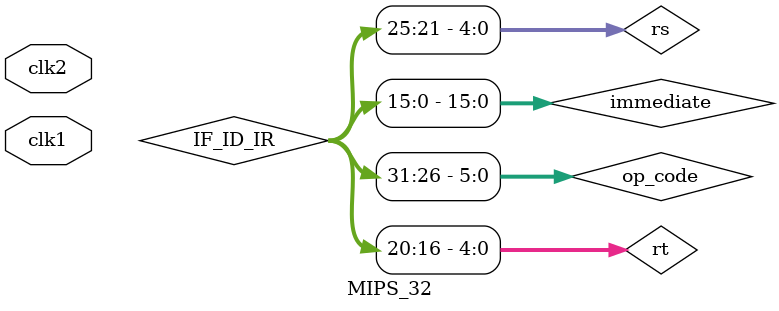
<source format=v>

module MIPS_32 (clk1,clk2) ;

input clk1,clk2 ; // Two phase non-overlapping clock

reg [31:0] PC , IF_ID_IR , IF_ID_NPC ;    // IF_ID pipeline latch
reg [31:0] ID_EX_NPC , ID_EX_A , ID_EX_B , ID_EX_Imm , ID_EX_IR ; // ID_EX pipeline latch
reg [2:0] ID_EX_type , EX_MEM_type , MEM_WB_type ;
reg [31:0] EX_MEM_cond , EX_MEM_ALUout , EX_MEM_B , EX_MEM_IR ; // EX_MEM pipeline latch 
reg [31:0] MEM_WB_LMD , MEM_WB_ALUout , MEM_WB_IR ;  // MEM_WB pipeline latch

reg [31:0] Reg [0:31] ;  // Register Bank [ 32 registers X 32 bits ]
reg [31:0] Mem [0:1023] ; // Memory [ 1024 words X 32 bits ]

parameter ADD=6'b000000 , SUB=6'b000001 , AND=6'b000010 , OR=6'b000011 , SLT=6'b000100 , MUL=6'b000101 , // Arithemetic and Logical Instructions
          HLT=6'b111111 , // Halt Instruction 
          LW=6'b001000 , SW=6'b001001 , // Load and Store Instructions
          ADDI=6'b001010 , SUBI=6'b001011 , SLTI=6'b001100 , // Immediate Instructions
          BNEQZ=6'b001101 , BEQZ=6'b001110 ;  // Branch Instructions

parameter RR_ALU=3'b000 , RM_ALU=3'b001 , LOAD=3'b010 , 
          STORE=3'b011 , BRANCH=3'b100 , HALT=3'b101 ;          
          
reg HALTED ; // Set after HLT instruction is completed ( in WB stage ) 
reg TAKEN_BRANCH ;  // Required to disable instructions after branch

wire [4:0] rs,rt ; // rs --> Source Register 1 (rs <- IR[25:21]) || rt --> Source Register 2 (rt <- IR[20:16])
wire [5:0] op_code ;  // op_code <-- IR[31:26]
wire [15:0] immediate ;  // immediate <-- IR[15:0]

assign op_code = IF_ID_IR[31:26] ;
assign rs = IF_ID_IR[25:21] ;
assign rt = IF_ID_IR[20:16] ;
assign immediate = IF_ID_IR[15:0] ;


// ***** IF STAGE *****
always @ (posedge clk1) 
    
    if ( HALTED==0 )
            begin
                if ( ( (EX_MEM_IR[31:26] == BEQZ) && (EX_MEM_cond == 1) ) || 
                     ( (EX_MEM_IR[31:26] == BNEQZ) && (EX_MEM_cond == 0) ) )   // FOR BRANCH INSTRUCTIONS

                    begin
                        IF_ID_IR <= #2 Mem[EX_MEM_ALUout] ;
                        TAKEN_BRANCH <= #2 1'b1 ;
                        IF_ID_NPC <= #2 EX_MEM_ALUout ;
                        PC <= #2 EX_MEM_ALUout ;
                    end

                else
                    begin                            // FOR NORMAL ARITHMETIC AND LOGIC INSTRUCTIONS
                        IF_ID_IR <= #2 Mem[PC] ;
                        IF_ID_NPC <= #2 PC+1 ;
                        PC <= #2 PC+1 ;
                    end    

            end

// ***** ID STAGE ***** 
always @ (posedge clk2)

    if (HALTED==0)
        begin
            case (op_code)   // Operation_Code
                ADD,SUB,MUL,AND,OR,SLT : ID_EX_type <= #2 RR_ALU ;
                ADDI,SUBI,SLTI : ID_EX_type <= #2 RM_ALU ;
                LW : ID_EX_type <= #2 LOAD ;
                SW : ID_EX_type <= #2 STORE ;
                BNEQZ,BEQZ : ID_EX_type <= #2 BRANCH ;
                HLT : ID_EX_type <= #2 HALT ;

                default : ID_EX_type <= #2 HALT ; // invalid op_code
            endcase

            if ( rs == 5'b00000 ) ID_EX_A <= #2 0 ;
            else ID_EX_A <= #2 Reg[rs] ;   // Source Register 1

            if ( rt == 5'b00000 ) ID_EX_B <= #2 0 ;
            else ID_EX_B <= #2 Reg[rt] ;   // Source Register 2

            ID_EX_Imm <= #2 {{16{immediate[15]}}, immediate} ;  // Sign extension

            ID_EX_IR <= #2 IF_ID_IR ;
            ID_EX_NPC <= #2 IF_ID_NPC ;
        end

// ***** EX STAGE *****
always @ (posedge clk1)

    if ( HALTED==0 )
        begin
            EX_MEM_IR <= #2 ID_EX_IR ;
            EX_MEM_type <= #2 ID_EX_type ;
            TAKEN_BRANCH <= #2 1'b0 ; // Reset the "TAKEN_BRANCH"

            case (ID_EX_type)

            RR_ALU : begin  
                        case (ID_EX_IR[31:26])  // opcode
                        ADD : EX_MEM_ALUout <= #2 ID_EX_A + ID_EX_B ;
                        SUB : EX_MEM_ALUout <= #2 ID_EX_A - ID_EX_B ;
                        MUL : EX_MEM_ALUout <= #2 ID_EX_A * ID_EX_B ;
                        AND : EX_MEM_ALUout <= #2 ID_EX_A & ID_EX_B ;
                        OR  : EX_MEM_ALUout <= #2 ID_EX_A | ID_EX_B ;
                        SLT : EX_MEM_ALUout <= #2 ID_EX_A < ID_EX_B ;
                        default :EX_MEM_ALUout <= #2 32'hxxxxxxxx ;
                        endcase
                     end

            RM_ALU : begin 
                        case (ID_EX_IR[31:26]) // opcode
                        ADDI : EX_MEM_ALUout <= #2 ID_EX_A + ID_EX_Imm ;
                        SUBI : EX_MEM_ALUout <= #2 ID_EX_A - ID_EX_Imm ;
                        SLTI : EX_MEM_ALUout <= #2 ID_EX_A < ID_EX_Imm ;
                        default :EX_MEM_ALUout <= #2 32'hxxxxxxxx ;
                        endcase
                     end     

            LOAD,STORE :begin   
                            EX_MEM_ALUout <= #2 ID_EX_A + ID_EX_Imm ;
                            EX_MEM_B <= #2 ID_EX_B ;   // required for store instructions
                        end       

            BRANCH : begin
                        EX_MEM_ALUout <= #2 ID_EX_NPC + ID_EX_Imm ;
                        EX_MEM_cond <= #2 (ID_EX_A == 0) ;
                     end         

            endcase 
        end

// ***** MEM STAGE *****
always @ (posedge clk2)

    if ( HALTED == 0 )
        begin
            MEM_WB_IR <= #2 EX_MEM_IR ;
            MEM_WB_type <= #2 EX_MEM_type ;

            case (EX_MEM_type)
            RR_ALU,RM_ALU : MEM_WB_ALUout <= #2 EX_MEM_ALUout ;

            LOAD : MEM_WB_LMD <= #2 Mem[EX_MEM_ALUout] ;

            STORE : if ( TAKEN_BRANCH == 0 )
                        Mem[EX_MEM_ALUout] <= #2 EX_MEM_B ;
            endcase
        end

// ***** WB STAGE *****
always @(posedge clk1)

        begin
            if ( TAKEN_BRANCH == 0 ) // Disable write if someone is taking branch

                case (MEM_WB_type)
                RR_ALU : Reg[MEM_WB_IR[15:11]] <= #2 MEM_WB_ALUout ; 

                RM_ALU : Reg[MEM_WB_IR[20:16]] <= #2 MEM_WB_ALUout ;

                LOAD : Reg[MEM_WB_IR[20:16]] <= #2 MEM_WB_LMD ;

                HALT : HALTED <= #2 1'b1 ;
                endcase 
        end


endmodule
</source>
